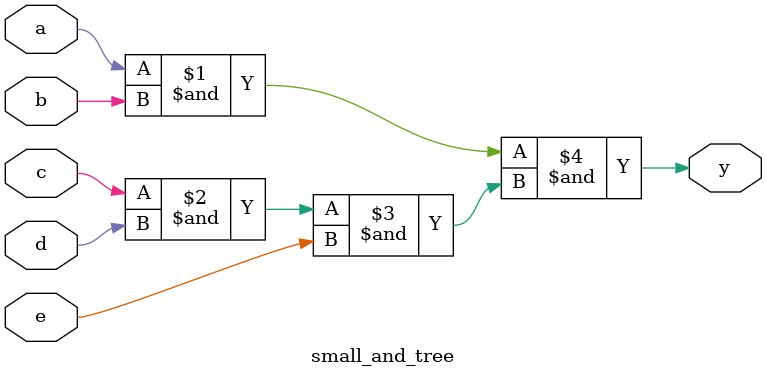
<source format=v>

module small_and_tree
(
input a,
input b,
input c,
input d,
input e,
output y
);

assign y = ((a & b) & ((c & d) & e));
endmodule
</source>
